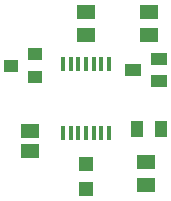
<source format=gbr>
G04 EAGLE Gerber RS-274X export*
G75*
%MOMM*%
%FSLAX34Y34*%
%LPD*%
%INSolderpaste Top*%
%IPPOS*%
%AMOC8*
5,1,8,0,0,1.08239X$1,22.5*%
G01*
%ADD10R,0.360000X1.260000*%
%ADD11R,1.200000X1.200000*%
%ADD12R,1.500000X1.300000*%
%ADD13R,1.400000X1.000000*%
%ADD14R,1.100000X1.400000*%
%ADD15R,1.200000X1.000000*%


D10*
X82100Y59650D03*
X88600Y59650D03*
X95100Y59650D03*
X101600Y59650D03*
X108100Y59650D03*
X114600Y59650D03*
X121100Y59650D03*
X121100Y118150D03*
X114600Y118150D03*
X108100Y118150D03*
X101600Y118150D03*
X95100Y118150D03*
X88600Y118150D03*
X82100Y118150D03*
D11*
X101600Y33360D03*
X101600Y12360D03*
D12*
X152400Y15900D03*
X152400Y34900D03*
X154940Y142900D03*
X154940Y161900D03*
X101600Y142900D03*
X101600Y161900D03*
X54610Y44840D03*
X54610Y61840D03*
D13*
X141400Y113030D03*
X163400Y122530D03*
X163400Y103530D03*
D14*
X164940Y63500D03*
X144940Y63500D03*
D15*
X38260Y116840D03*
X58260Y126340D03*
X58260Y107340D03*
M02*

</source>
